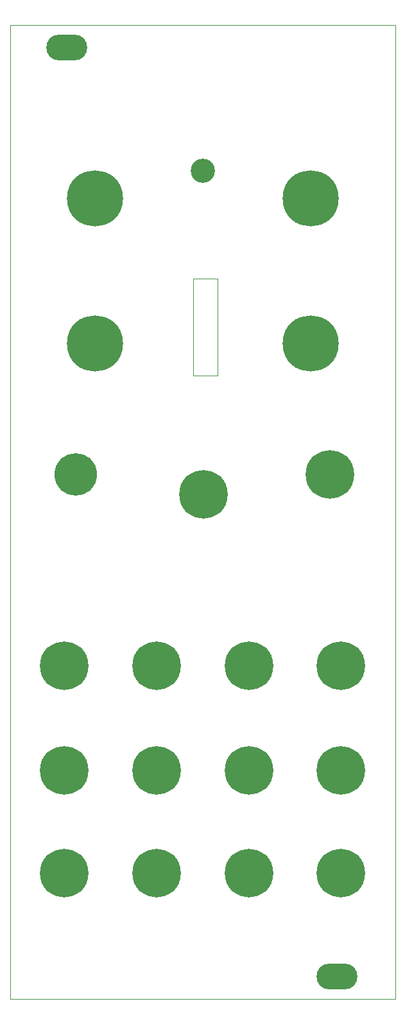
<source format=gbr>
G04 #@! TF.GenerationSoftware,KiCad,Pcbnew,9.0.1*
G04 #@! TF.CreationDate,2025-05-07T23:25:14-05:00*
G04 #@! TF.ProjectId,blank,626c616e-6b2e-46b6-9963-61645f706362,rev?*
G04 #@! TF.SameCoordinates,Original*
G04 #@! TF.FileFunction,Profile,NP*
%FSLAX46Y46*%
G04 Gerber Fmt 4.6, Leading zero omitted, Abs format (unit mm)*
G04 Created by KiCad (PCBNEW 9.0.1) date 2025-05-07 23:25:14*
%MOMM*%
%LPD*%
G01*
G04 APERTURE LIST*
G04 #@! TA.AperFunction,Profile*
%ADD10C,0.120000*%
G04 #@! TD*
G04 #@! TA.AperFunction,WasherPad*
%ADD11C,6.400000*%
G04 #@! TD*
G04 #@! TA.AperFunction,WasherPad*
%ADD12O,5.400000X3.400000*%
G04 #@! TD*
G04 #@! TA.AperFunction,WasherPad*
%ADD13C,7.400000*%
G04 #@! TD*
G04 #@! TA.AperFunction,WasherPad*
%ADD14C,5.600000*%
G04 #@! TD*
%ADD15C,6.400000*%
%ADD16O,5.400000X3.400000*%
%ADD17C,7.400000*%
%ADD18C,3.200000*%
%ADD19C,5.600000*%
G04 APERTURE END LIST*
G04 #@! TO.C,REF\u002A\u002A*
D10*
X50685000Y-60588000D02*
X53893000Y-60588000D01*
X53893000Y-73390000D01*
X50685000Y-73390000D01*
X50685000Y-60588000D01*
X26545000Y-27095000D02*
X77345000Y-27095000D01*
X77345000Y-155595000D01*
X26545000Y-155595000D01*
X26545000Y-27095000D01*
G04 #@! TD*
D11*
G04 #@! TO.P,REF\u002A\u002A,*
G04 #@! TO.N,*
X70195000Y-138995001D03*
X70195000Y-125406904D03*
X70195000Y-111656903D03*
D12*
X69645000Y-152595000D03*
D11*
X68700087Y-86383206D03*
D13*
X66194996Y-69122311D03*
X66194996Y-49999289D03*
D11*
X58028297Y-138995001D03*
X58028297Y-125406904D03*
X58028297Y-111656903D03*
X52047894Y-89051597D03*
X45861694Y-138995001D03*
X45861694Y-125406904D03*
X45861694Y-111656903D03*
D13*
X37720500Y-69122311D03*
X37720500Y-49999289D03*
D14*
X35194995Y-86383225D03*
D12*
X34045000Y-30095000D03*
D11*
X33694999Y-138995001D03*
X33694999Y-125406904D03*
X33694999Y-111656952D03*
G04 #@! TD*
D15*
G04 #@! TO.C,REF\u002A\u002A*
X70195000Y-138995001D03*
X70195000Y-125406904D03*
X70195000Y-111656903D03*
D16*
X69645000Y-152595000D03*
D15*
X68700087Y-86383206D03*
D17*
X66194996Y-69122311D03*
X66194996Y-49999289D03*
D15*
X58028297Y-138995001D03*
X58028297Y-125406904D03*
X58028297Y-111656903D03*
X52047894Y-89051597D03*
D18*
X51944999Y-46347005D03*
D15*
X45861694Y-138995001D03*
X45861694Y-125406904D03*
X45861694Y-111656903D03*
D17*
X37720500Y-69122311D03*
X37720500Y-49999289D03*
D19*
X35194995Y-86383225D03*
D16*
X34045000Y-30095000D03*
D15*
X33694999Y-138995001D03*
X33694999Y-125406904D03*
X33694999Y-111656952D03*
G04 #@! TD*
D11*
G04 #@! TO.P,REF\u002A\u002A,*
G04 #@! TO.N,*
X70195000Y-138995001D03*
X70195000Y-125406904D03*
X70195000Y-111656903D03*
D12*
X69645000Y-152595000D03*
D11*
X68700087Y-86383206D03*
D13*
X66194996Y-69122311D03*
X66194996Y-49999289D03*
D11*
X58028297Y-138995001D03*
X58028297Y-125406904D03*
X58028297Y-111656903D03*
X52047894Y-89051597D03*
X45861694Y-138995001D03*
X45861694Y-125406904D03*
X45861694Y-111656903D03*
D13*
X37720500Y-69122311D03*
X37720500Y-49999289D03*
D14*
X35194995Y-86383225D03*
D12*
X34045000Y-30095000D03*
D11*
X33694999Y-138995001D03*
X33694999Y-125406904D03*
X33694999Y-111656952D03*
G04 #@! TD*
D15*
G04 #@! TO.C,REF\u002A\u002A*
X70195000Y-138995001D03*
X70195000Y-125406904D03*
X70195000Y-111656903D03*
D16*
X69645000Y-152595000D03*
D15*
X68700087Y-86383206D03*
D17*
X66194996Y-69122311D03*
X66194996Y-49999289D03*
D15*
X58028297Y-138995001D03*
X58028297Y-125406904D03*
X58028297Y-111656903D03*
X52047894Y-89051597D03*
D18*
X51944999Y-46347005D03*
D15*
X45861694Y-138995001D03*
X45861694Y-125406904D03*
X45861694Y-111656903D03*
D17*
X37720500Y-69122311D03*
X37720500Y-49999289D03*
D19*
X35194995Y-86383225D03*
D16*
X34045000Y-30095000D03*
D15*
X33694999Y-138995001D03*
X33694999Y-125406904D03*
X33694999Y-111656952D03*
G04 #@! TD*
M02*

</source>
